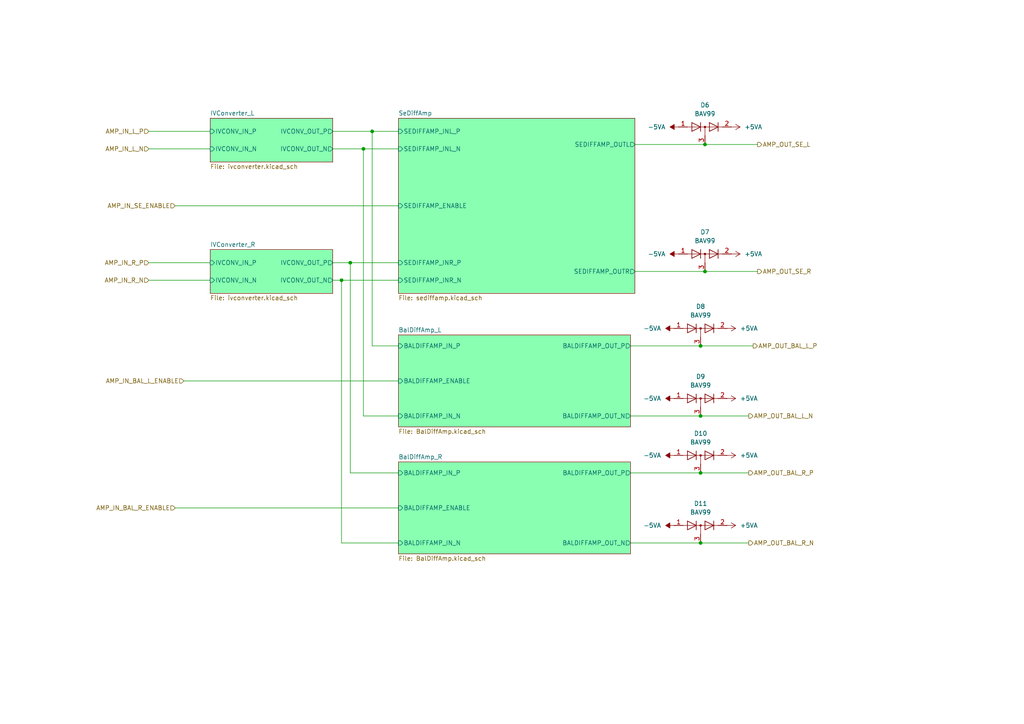
<source format=kicad_sch>
(kicad_sch
	(version 20231120)
	(generator "eeschema")
	(generator_version "8.0")
	(uuid "381e5315-09ca-4bca-ae96-1e35dc7258d1")
	(paper "A4")
	(title_block
		(title "mahaudio HiFi DAC for RPi - AMP Block")
		(date "2024-09-19")
		(rev "1")
		(company "mahaudio")
	)
	(lib_symbols
		(symbol "Diode:BAV99"
			(pin_names hide)
			(exclude_from_sim no)
			(in_bom yes)
			(on_board yes)
			(property "Reference" "D"
				(at 0 5.08 0)
				(effects
					(font
						(size 1.27 1.27)
					)
				)
			)
			(property "Value" "BAV99"
				(at 0 2.54 0)
				(effects
					(font
						(size 1.27 1.27)
					)
				)
			)
			(property "Footprint" "Package_TO_SOT_SMD:SOT-23"
				(at 0 -12.7 0)
				(effects
					(font
						(size 1.27 1.27)
					)
					(hide yes)
				)
			)
			(property "Datasheet" "https://assets.nexperia.com/documents/data-sheet/BAV99_SER.pdf"
				(at 0 0 0)
				(effects
					(font
						(size 1.27 1.27)
					)
					(hide yes)
				)
			)
			(property "Description" "BAV99 High-speed switching diodes, SOT-23"
				(at 0 0 0)
				(effects
					(font
						(size 1.27 1.27)
					)
					(hide yes)
				)
			)
			(property "ki_keywords" "diode"
				(at 0 0 0)
				(effects
					(font
						(size 1.27 1.27)
					)
					(hide yes)
				)
			)
			(property "ki_fp_filters" "SOT?23*"
				(at 0 0 0)
				(effects
					(font
						(size 1.27 1.27)
					)
					(hide yes)
				)
			)
			(symbol "BAV99_0_1"
				(polyline
					(pts
						(xy -5.08 0) (xy 5.08 0)
					)
					(stroke
						(width 0)
						(type default)
					)
					(fill
						(type none)
					)
				)
			)
			(symbol "BAV99_1_1"
				(polyline
					(pts
						(xy 0 0) (xy 0 -2.54)
					)
					(stroke
						(width 0)
						(type default)
					)
					(fill
						(type none)
					)
				)
				(polyline
					(pts
						(xy -1.27 -1.27) (xy -1.27 1.27) (xy -1.27 1.27)
					)
					(stroke
						(width 0.2032)
						(type default)
					)
					(fill
						(type none)
					)
				)
				(polyline
					(pts
						(xy 3.81 1.27) (xy 3.81 -1.27) (xy 3.81 -1.27)
					)
					(stroke
						(width 0.2032)
						(type default)
					)
					(fill
						(type none)
					)
				)
				(polyline
					(pts
						(xy -3.81 1.27) (xy -1.27 0) (xy -3.81 -1.27) (xy -3.81 1.27) (xy -3.81 1.27) (xy -3.81 1.27)
					)
					(stroke
						(width 0.2032)
						(type default)
					)
					(fill
						(type none)
					)
				)
				(polyline
					(pts
						(xy 1.27 1.27) (xy 3.81 0) (xy 1.27 -1.27) (xy 1.27 1.27) (xy 1.27 1.27) (xy 1.27 1.27)
					)
					(stroke
						(width 0.2032)
						(type default)
					)
					(fill
						(type none)
					)
				)
				(circle
					(center 0 0)
					(radius 0.254)
					(stroke
						(width 0)
						(type default)
					)
					(fill
						(type outline)
					)
				)
				(pin passive line
					(at -7.62 0 0)
					(length 2.54)
					(name "K"
						(effects
							(font
								(size 1.27 1.27)
							)
						)
					)
					(number "1"
						(effects
							(font
								(size 1.27 1.27)
							)
						)
					)
				)
				(pin passive line
					(at 7.62 0 180)
					(length 2.54)
					(name "A"
						(effects
							(font
								(size 1.27 1.27)
							)
						)
					)
					(number "2"
						(effects
							(font
								(size 1.27 1.27)
							)
						)
					)
				)
				(pin passive line
					(at 0 -5.08 90)
					(length 2.54)
					(name "K"
						(effects
							(font
								(size 1.27 1.27)
							)
						)
					)
					(number "3"
						(effects
							(font
								(size 1.27 1.27)
							)
						)
					)
				)
			)
		)
		(symbol "power:+12VA"
			(power)
			(pin_numbers hide)
			(pin_names
				(offset 0) hide)
			(exclude_from_sim no)
			(in_bom yes)
			(on_board yes)
			(property "Reference" "#PWR"
				(at 0 -3.81 0)
				(effects
					(font
						(size 1.27 1.27)
					)
					(hide yes)
				)
			)
			(property "Value" "+12VA"
				(at 0 3.556 0)
				(effects
					(font
						(size 1.27 1.27)
					)
				)
			)
			(property "Footprint" ""
				(at 0 0 0)
				(effects
					(font
						(size 1.27 1.27)
					)
					(hide yes)
				)
			)
			(property "Datasheet" ""
				(at 0 0 0)
				(effects
					(font
						(size 1.27 1.27)
					)
					(hide yes)
				)
			)
			(property "Description" "Power symbol creates a global label with name \"+12VA\""
				(at 0 0 0)
				(effects
					(font
						(size 1.27 1.27)
					)
					(hide yes)
				)
			)
			(property "ki_keywords" "global power"
				(at 0 0 0)
				(effects
					(font
						(size 1.27 1.27)
					)
					(hide yes)
				)
			)
			(symbol "+12VA_0_1"
				(polyline
					(pts
						(xy -0.762 1.27) (xy 0 2.54)
					)
					(stroke
						(width 0)
						(type default)
					)
					(fill
						(type none)
					)
				)
				(polyline
					(pts
						(xy 0 0) (xy 0 2.54)
					)
					(stroke
						(width 0)
						(type default)
					)
					(fill
						(type none)
					)
				)
				(polyline
					(pts
						(xy 0 2.54) (xy 0.762 1.27)
					)
					(stroke
						(width 0)
						(type default)
					)
					(fill
						(type none)
					)
				)
			)
			(symbol "+12VA_1_1"
				(pin power_in line
					(at 0 0 90)
					(length 0)
					(name "~"
						(effects
							(font
								(size 1.27 1.27)
							)
						)
					)
					(number "1"
						(effects
							(font
								(size 1.27 1.27)
							)
						)
					)
				)
			)
		)
		(symbol "power:-12VA"
			(power)
			(pin_numbers hide)
			(pin_names
				(offset 0) hide)
			(exclude_from_sim no)
			(in_bom yes)
			(on_board yes)
			(property "Reference" "#PWR"
				(at 0 -3.81 0)
				(effects
					(font
						(size 1.27 1.27)
					)
					(hide yes)
				)
			)
			(property "Value" "-12VA"
				(at 0 3.556 0)
				(effects
					(font
						(size 1.27 1.27)
					)
				)
			)
			(property "Footprint" ""
				(at 0 0 0)
				(effects
					(font
						(size 1.27 1.27)
					)
					(hide yes)
				)
			)
			(property "Datasheet" ""
				(at 0 0 0)
				(effects
					(font
						(size 1.27 1.27)
					)
					(hide yes)
				)
			)
			(property "Description" "Power symbol creates a global label with name \"-12VA\""
				(at 0 0 0)
				(effects
					(font
						(size 1.27 1.27)
					)
					(hide yes)
				)
			)
			(property "ki_keywords" "global power"
				(at 0 0 0)
				(effects
					(font
						(size 1.27 1.27)
					)
					(hide yes)
				)
			)
			(symbol "-12VA_0_0"
				(pin power_in line
					(at 0 0 90)
					(length 0)
					(name "~"
						(effects
							(font
								(size 1.27 1.27)
							)
						)
					)
					(number "1"
						(effects
							(font
								(size 1.27 1.27)
							)
						)
					)
				)
			)
			(symbol "-12VA_0_1"
				(polyline
					(pts
						(xy 0 0) (xy 0 1.27) (xy 0.762 1.27) (xy 0 2.54) (xy -0.762 1.27) (xy 0 1.27)
					)
					(stroke
						(width 0)
						(type default)
					)
					(fill
						(type outline)
					)
				)
			)
		)
	)
	(junction
		(at 203.2 100.33)
		(diameter 0)
		(color 0 0 0 0)
		(uuid "07b59a40-347d-4514-9769-c90012c90380")
	)
	(junction
		(at 203.2 137.16)
		(diameter 0)
		(color 0 0 0 0)
		(uuid "0d4f59ac-7121-48b7-997f-cdbce9bc216f")
	)
	(junction
		(at 101.6 76.2)
		(diameter 0)
		(color 0 0 0 0)
		(uuid "1b8018a4-b14f-4dd6-a89f-7882c3c179d1")
	)
	(junction
		(at 107.95 38.1)
		(diameter 0)
		(color 0 0 0 0)
		(uuid "1c497ad4-e939-4794-aa2a-105eb061e7dc")
	)
	(junction
		(at 204.47 41.91)
		(diameter 0)
		(color 0 0 0 0)
		(uuid "2d62ed89-d3f7-4039-895f-f850e7ad2c0f")
	)
	(junction
		(at 105.41 43.18)
		(diameter 0)
		(color 0 0 0 0)
		(uuid "526e0f03-2f07-4401-8957-c46b94378998")
	)
	(junction
		(at 204.47 78.74)
		(diameter 0)
		(color 0 0 0 0)
		(uuid "685a3e57-f7b0-44c7-87b9-3878b228e4e5")
	)
	(junction
		(at 99.06 81.28)
		(diameter 0)
		(color 0 0 0 0)
		(uuid "a15feaa1-af1d-4980-9a3c-6526617ef55d")
	)
	(junction
		(at 203.2 120.65)
		(diameter 0)
		(color 0 0 0 0)
		(uuid "b107cbe7-e765-45f5-9ae3-f083293c7279")
	)
	(junction
		(at 203.2 157.48)
		(diameter 0)
		(color 0 0 0 0)
		(uuid "e4825ce1-66bd-4bd1-9c16-2f59a1fade62")
	)
	(wire
		(pts
			(xy 184.15 41.91) (xy 204.47 41.91)
		)
		(stroke
			(width 0)
			(type default)
		)
		(uuid "0a539a18-e09a-4f29-ba27-e1aa078cfaf5")
	)
	(wire
		(pts
			(xy 184.15 78.74) (xy 204.47 78.74)
		)
		(stroke
			(width 0)
			(type default)
		)
		(uuid "16898dff-1189-4773-8479-a7491709d6e3")
	)
	(wire
		(pts
			(xy 203.2 100.33) (xy 218.44 100.33)
		)
		(stroke
			(width 0)
			(type default)
		)
		(uuid "3313047f-6d24-40dd-8257-313dda6b34b8")
	)
	(wire
		(pts
			(xy 96.52 43.18) (xy 105.41 43.18)
		)
		(stroke
			(width 0)
			(type default)
		)
		(uuid "3d2dd94a-b3e3-4cf8-b9d2-4574fb410b47")
	)
	(wire
		(pts
			(xy 182.88 157.48) (xy 203.2 157.48)
		)
		(stroke
			(width 0)
			(type default)
		)
		(uuid "403ff97d-c284-4a9a-859b-5cca1bd34355")
	)
	(wire
		(pts
			(xy 99.06 157.48) (xy 99.06 81.28)
		)
		(stroke
			(width 0)
			(type default)
		)
		(uuid "449f6eb8-615c-4283-a9b4-078e53060eae")
	)
	(wire
		(pts
			(xy 53.34 110.49) (xy 115.57 110.49)
		)
		(stroke
			(width 0)
			(type default)
		)
		(uuid "505de012-3700-45e3-9ee2-a4a34fe84747")
	)
	(wire
		(pts
			(xy 105.41 120.65) (xy 105.41 43.18)
		)
		(stroke
			(width 0)
			(type default)
		)
		(uuid "507c2deb-4cac-4949-89e5-98072e566fc7")
	)
	(wire
		(pts
			(xy 182.88 100.33) (xy 203.2 100.33)
		)
		(stroke
			(width 0)
			(type default)
		)
		(uuid "5446236e-f5a5-4e75-9e81-0019ca1446d8")
	)
	(wire
		(pts
			(xy 96.52 81.28) (xy 99.06 81.28)
		)
		(stroke
			(width 0)
			(type default)
		)
		(uuid "586c76a1-9f61-4a49-bc3c-6b04949270d3")
	)
	(wire
		(pts
			(xy 43.18 43.18) (xy 60.96 43.18)
		)
		(stroke
			(width 0)
			(type default)
		)
		(uuid "5fe85db2-b2ef-419c-aa19-fa6962bac586")
	)
	(wire
		(pts
			(xy 105.41 43.18) (xy 115.57 43.18)
		)
		(stroke
			(width 0)
			(type default)
		)
		(uuid "6670c402-7dcb-4d0d-9c9a-c311a6e55fda")
	)
	(wire
		(pts
			(xy 115.57 137.16) (xy 101.6 137.16)
		)
		(stroke
			(width 0)
			(type default)
		)
		(uuid "70f50835-caee-4337-a6d2-0cb19af6d3f6")
	)
	(wire
		(pts
			(xy 99.06 81.28) (xy 115.57 81.28)
		)
		(stroke
			(width 0)
			(type default)
		)
		(uuid "740c060c-a32c-4eec-8fed-3442aa199ce2")
	)
	(wire
		(pts
			(xy 203.2 137.16) (xy 217.17 137.16)
		)
		(stroke
			(width 0)
			(type default)
		)
		(uuid "75b4939b-f65e-48d8-9573-06d17d94aa2c")
	)
	(wire
		(pts
			(xy 115.57 120.65) (xy 105.41 120.65)
		)
		(stroke
			(width 0)
			(type default)
		)
		(uuid "7c41eb33-4d4d-44b5-bee2-081064f4e955")
	)
	(wire
		(pts
			(xy 107.95 100.33) (xy 107.95 38.1)
		)
		(stroke
			(width 0)
			(type default)
		)
		(uuid "7c50be70-487b-4787-8461-ca05efbdd754")
	)
	(wire
		(pts
			(xy 182.88 120.65) (xy 203.2 120.65)
		)
		(stroke
			(width 0)
			(type default)
		)
		(uuid "80de5d9d-0f06-48da-ad23-829e6c5b375e")
	)
	(wire
		(pts
			(xy 101.6 137.16) (xy 101.6 76.2)
		)
		(stroke
			(width 0)
			(type default)
		)
		(uuid "8587144b-836c-4195-acf2-14c27a4dce4d")
	)
	(wire
		(pts
			(xy 43.18 38.1) (xy 60.96 38.1)
		)
		(stroke
			(width 0)
			(type default)
		)
		(uuid "8724dba8-cf64-43e7-b027-6988db3e4b0b")
	)
	(wire
		(pts
			(xy 115.57 157.48) (xy 99.06 157.48)
		)
		(stroke
			(width 0)
			(type default)
		)
		(uuid "88b0fcfc-7b4d-4234-a035-492c187809ae")
	)
	(wire
		(pts
			(xy 204.47 41.91) (xy 219.71 41.91)
		)
		(stroke
			(width 0)
			(type default)
		)
		(uuid "89b68670-e0c5-4281-ae1f-383cf5aa5d29")
	)
	(wire
		(pts
			(xy 182.88 137.16) (xy 203.2 137.16)
		)
		(stroke
			(width 0)
			(type default)
		)
		(uuid "9732302c-a9cf-482c-8b67-6296199e2946")
	)
	(wire
		(pts
			(xy 204.47 78.74) (xy 219.71 78.74)
		)
		(stroke
			(width 0)
			(type default)
		)
		(uuid "9d79dbb8-7b1a-44a8-af09-40e551adca19")
	)
	(wire
		(pts
			(xy 43.18 81.28) (xy 60.96 81.28)
		)
		(stroke
			(width 0)
			(type default)
		)
		(uuid "a2ea4078-fa19-4423-9dd5-9c8248af6c7f")
	)
	(wire
		(pts
			(xy 50.8 59.69) (xy 115.57 59.69)
		)
		(stroke
			(width 0)
			(type default)
		)
		(uuid "a7d1a069-5e1f-4ea9-b891-4a581f1f94e2")
	)
	(wire
		(pts
			(xy 96.52 38.1) (xy 107.95 38.1)
		)
		(stroke
			(width 0)
			(type default)
		)
		(uuid "b20c1215-45c6-4f6f-86fb-355b65a454eb")
	)
	(wire
		(pts
			(xy 43.18 76.2) (xy 60.96 76.2)
		)
		(stroke
			(width 0)
			(type default)
		)
		(uuid "b36e9f63-53c3-4d3c-b3c5-981465785a71")
	)
	(wire
		(pts
			(xy 203.2 157.48) (xy 217.17 157.48)
		)
		(stroke
			(width 0)
			(type default)
		)
		(uuid "b5bf664c-a7a5-45a9-a046-8b1979b443e0")
	)
	(wire
		(pts
			(xy 107.95 38.1) (xy 115.57 38.1)
		)
		(stroke
			(width 0)
			(type default)
		)
		(uuid "b7feaee1-ec6a-4f93-823a-967fb685ec0f")
	)
	(wire
		(pts
			(xy 203.2 120.65) (xy 217.17 120.65)
		)
		(stroke
			(width 0)
			(type default)
		)
		(uuid "ca0ee070-e766-4630-9ded-36fa12034440")
	)
	(wire
		(pts
			(xy 50.8 147.32) (xy 115.57 147.32)
		)
		(stroke
			(width 0)
			(type default)
		)
		(uuid "d102a798-1fab-48b7-81da-efb6023c81d9")
	)
	(wire
		(pts
			(xy 101.6 76.2) (xy 115.57 76.2)
		)
		(stroke
			(width 0)
			(type default)
		)
		(uuid "d60b7de9-1ea2-4891-9518-51f119f6a166")
	)
	(wire
		(pts
			(xy 96.52 76.2) (xy 101.6 76.2)
		)
		(stroke
			(width 0)
			(type default)
		)
		(uuid "da75af44-6cfd-4b6a-ba8e-02ffa6da890b")
	)
	(wire
		(pts
			(xy 115.57 100.33) (xy 107.95 100.33)
		)
		(stroke
			(width 0)
			(type default)
		)
		(uuid "f94d92a6-6e00-4a07-82e1-fffbee74c684")
	)
	(hierarchical_label "AMP_IN_L_P"
		(shape input)
		(at 43.18 38.1 180)
		(effects
			(font
				(size 1.27 1.27)
			)
			(justify right)
		)
		(uuid "2e8f8e32-b0f5-4b89-a4e3-056aff8041c2")
	)
	(hierarchical_label "AMP_IN_R_P"
		(shape input)
		(at 43.18 76.2 180)
		(effects
			(font
				(size 1.27 1.27)
			)
			(justify right)
		)
		(uuid "51211714-c124-4287-912a-eb992778da27")
	)
	(hierarchical_label "AMP_IN_SE_ENABLE"
		(shape input)
		(at 50.8 59.69 180)
		(effects
			(font
				(size 1.27 1.27)
			)
			(justify right)
		)
		(uuid "6a272954-86a5-4de4-a437-10814d024cdc")
	)
	(hierarchical_label "AMP_IN_R_N"
		(shape input)
		(at 43.18 81.28 180)
		(effects
			(font
				(size 1.27 1.27)
			)
			(justify right)
		)
		(uuid "7f17559a-ac62-4207-b8fb-28094e76640b")
	)
	(hierarchical_label "AMP_OUT_BAL_L_N"
		(shape output)
		(at 217.17 120.65 0)
		(effects
			(font
				(size 1.27 1.27)
			)
			(justify left)
		)
		(uuid "8952d974-a9b2-4628-ba9d-63603cdd7a41")
	)
	(hierarchical_label "AMP_IN_BAL_L_ENABLE"
		(shape input)
		(at 53.34 110.49 180)
		(effects
			(font
				(size 1.27 1.27)
			)
			(justify right)
		)
		(uuid "9d2a455d-dcf3-4add-b038-706e8140cb03")
	)
	(hierarchical_label "AMP_OUT_BAL_R_P"
		(shape output)
		(at 217.17 137.16 0)
		(effects
			(font
				(size 1.27 1.27)
			)
			(justify left)
		)
		(uuid "a2532a84-83fe-45cc-95bb-6a8e8b5f6d4d")
	)
	(hierarchical_label "AMP_OUT_SE_R"
		(shape output)
		(at 219.71 78.74 0)
		(effects
			(font
				(size 1.27 1.27)
			)
			(justify left)
		)
		(uuid "a78b0919-6abf-4ca4-b9cb-95eb1612beaa")
	)
	(hierarchical_label "AMP_IN_L_N"
		(shape input)
		(at 43.18 43.18 180)
		(effects
			(font
				(size 1.27 1.27)
			)
			(justify right)
		)
		(uuid "adffde38-b4ff-472a-9e10-2a43dfa3f177")
	)
	(hierarchical_label "AMP_OUT_SE_L"
		(shape output)
		(at 219.71 41.91 0)
		(effects
			(font
				(size 1.27 1.27)
			)
			(justify left)
		)
		(uuid "c3dda348-f397-4d27-b456-5cf583601b8a")
	)
	(hierarchical_label "AMP_IN_BAL_R_ENABLE"
		(shape input)
		(at 50.8 147.32 180)
		(effects
			(font
				(size 1.27 1.27)
			)
			(justify right)
		)
		(uuid "cb2d0efe-fa6c-40dd-9082-26f629dbdc90")
	)
	(hierarchical_label "AMP_OUT_BAL_R_N"
		(shape output)
		(at 217.17 157.48 0)
		(effects
			(font
				(size 1.27 1.27)
			)
			(justify left)
		)
		(uuid "d7ce040c-b3de-44ac-863b-163197a8e1f6")
	)
	(hierarchical_label "AMP_OUT_BAL_L_P"
		(shape output)
		(at 218.44 100.33 0)
		(effects
			(font
				(size 1.27 1.27)
			)
			(justify left)
		)
		(uuid "de9fda43-4dd6-41d3-83ed-0d7fc252c6ed")
	)
	(symbol
		(lib_id "power:+12VA")
		(at 210.82 95.25 270)
		(unit 1)
		(exclude_from_sim no)
		(in_bom yes)
		(on_board yes)
		(dnp no)
		(fields_autoplaced yes)
		(uuid "0bad9958-9bc9-439a-a3ee-72288286d913")
		(property "Reference" "#PWR0111"
			(at 207.01 95.25 0)
			(effects
				(font
					(size 1.27 1.27)
				)
				(hide yes)
			)
		)
		(property "Value" "+5VA"
			(at 214.63 95.2499 90)
			(effects
				(font
					(size 1.27 1.27)
				)
				(justify left)
			)
		)
		(property "Footprint" ""
			(at 210.82 95.25 0)
			(effects
				(font
					(size 1.27 1.27)
				)
				(hide yes)
			)
		)
		(property "Datasheet" ""
			(at 210.82 95.25 0)
			(effects
				(font
					(size 1.27 1.27)
				)
				(hide yes)
			)
		)
		(property "Description" "Power symbol creates a global label with name \"+12VA\""
			(at 210.82 95.25 0)
			(effects
				(font
					(size 1.27 1.27)
				)
				(hide yes)
			)
		)
		(pin "1"
			(uuid "cd178285-43af-4841-b508-ffc3e71a23d4")
		)
		(instances
			(project "mhd314"
				(path "/afee45fc-2361-4efb-9cde-757fc2efd57b/913309c3-489c-42b3-afc6-179d92cffcea"
					(reference "#PWR0111")
					(unit 1)
				)
			)
		)
	)
	(symbol
		(lib_id "power:+12VA")
		(at 210.82 132.08 270)
		(unit 1)
		(exclude_from_sim no)
		(in_bom yes)
		(on_board yes)
		(dnp no)
		(fields_autoplaced yes)
		(uuid "130667c3-73c4-4d6f-b407-61efb4af6f03")
		(property "Reference" "#PWR0113"
			(at 207.01 132.08 0)
			(effects
				(font
					(size 1.27 1.27)
				)
				(hide yes)
			)
		)
		(property "Value" "+5VA"
			(at 214.63 132.0799 90)
			(effects
				(font
					(size 1.27 1.27)
				)
				(justify left)
			)
		)
		(property "Footprint" ""
			(at 210.82 132.08 0)
			(effects
				(font
					(size 1.27 1.27)
				)
				(hide yes)
			)
		)
		(property "Datasheet" ""
			(at 210.82 132.08 0)
			(effects
				(font
					(size 1.27 1.27)
				)
				(hide yes)
			)
		)
		(property "Description" "Power symbol creates a global label with name \"+12VA\""
			(at 210.82 132.08 0)
			(effects
				(font
					(size 1.27 1.27)
				)
				(hide yes)
			)
		)
		(pin "1"
			(uuid "28669155-938d-4b02-b50f-886d103c27de")
		)
		(instances
			(project "mhd314"
				(path "/afee45fc-2361-4efb-9cde-757fc2efd57b/913309c3-489c-42b3-afc6-179d92cffcea"
					(reference "#PWR0113")
					(unit 1)
				)
			)
		)
	)
	(symbol
		(lib_id "power:-12VA")
		(at 195.58 132.08 90)
		(unit 1)
		(exclude_from_sim no)
		(in_bom yes)
		(on_board yes)
		(dnp no)
		(fields_autoplaced yes)
		(uuid "2e660f86-302d-4fd5-aaeb-72fd45dab867")
		(property "Reference" "#PWR0116"
			(at 199.39 132.08 0)
			(effects
				(font
					(size 1.27 1.27)
				)
				(hide yes)
			)
		)
		(property "Value" "-5VA"
			(at 191.77 132.0799 90)
			(effects
				(font
					(size 1.27 1.27)
				)
				(justify left)
			)
		)
		(property "Footprint" ""
			(at 195.58 132.08 0)
			(effects
				(font
					(size 1.27 1.27)
				)
				(hide yes)
			)
		)
		(property "Datasheet" ""
			(at 195.58 132.08 0)
			(effects
				(font
					(size 1.27 1.27)
				)
				(hide yes)
			)
		)
		(property "Description" "Power symbol creates a global label with name \"-12VA\""
			(at 195.58 132.08 0)
			(effects
				(font
					(size 1.27 1.27)
				)
				(hide yes)
			)
		)
		(pin "1"
			(uuid "a53fa0e4-1563-4544-80a0-5034efb71acb")
		)
		(instances
			(project "mhd314"
				(path "/afee45fc-2361-4efb-9cde-757fc2efd57b/913309c3-489c-42b3-afc6-179d92cffcea"
					(reference "#PWR0116")
					(unit 1)
				)
			)
		)
	)
	(symbol
		(lib_id "Diode:BAV99")
		(at 203.2 95.25 0)
		(unit 1)
		(exclude_from_sim no)
		(in_bom yes)
		(on_board yes)
		(dnp no)
		(fields_autoplaced yes)
		(uuid "30a31440-547a-4324-b7bb-f4104012cb9f")
		(property "Reference" "D8"
			(at 203.2 88.9 0)
			(effects
				(font
					(size 1.27 1.27)
				)
			)
		)
		(property "Value" "BAV99"
			(at 203.2 91.44 0)
			(effects
				(font
					(size 1.27 1.27)
				)
			)
		)
		(property "Footprint" "Package_TO_SOT_SMD:SOT-23"
			(at 203.2 107.95 0)
			(effects
				(font
					(size 1.27 1.27)
				)
				(hide yes)
			)
		)
		(property "Datasheet" "https://assets.nexperia.com/documents/data-sheet/BAV99_SER.pdf"
			(at 203.2 95.25 0)
			(effects
				(font
					(size 1.27 1.27)
				)
				(hide yes)
			)
		)
		(property "Description" "BAV99 High-speed switching diodes, SOT-23"
			(at 203.2 95.25 0)
			(effects
				(font
					(size 1.27 1.27)
				)
				(hide yes)
			)
		)
		(property "JLCPCBPn" "C2500"
			(at 203.2 95.25 0)
			(effects
				(font
					(size 1.27 1.27)
				)
				(hide yes)
			)
		)
		(pin "1"
			(uuid "a05cab18-23b5-4e9b-9724-715a0d0c68c3")
		)
		(pin "2"
			(uuid "6b893ebf-0e91-4e4e-a111-1a3fbdd802de")
		)
		(pin "3"
			(uuid "afb0d933-be89-470b-9a68-163e518b6f49")
		)
		(instances
			(project "mhd314"
				(path "/afee45fc-2361-4efb-9cde-757fc2efd57b/913309c3-489c-42b3-afc6-179d92cffcea"
					(reference "D8")
					(unit 1)
				)
			)
		)
	)
	(symbol
		(lib_id "power:+12VA")
		(at 210.82 115.57 270)
		(unit 1)
		(exclude_from_sim no)
		(in_bom yes)
		(on_board yes)
		(dnp no)
		(fields_autoplaced yes)
		(uuid "4aecd9ea-5884-4c97-9a75-0957d4117c43")
		(property "Reference" "#PWR0112"
			(at 207.01 115.57 0)
			(effects
				(font
					(size 1.27 1.27)
				)
				(hide yes)
			)
		)
		(property "Value" "+5VA"
			(at 214.63 115.5699 90)
			(effects
				(font
					(size 1.27 1.27)
				)
				(justify left)
			)
		)
		(property "Footprint" ""
			(at 210.82 115.57 0)
			(effects
				(font
					(size 1.27 1.27)
				)
				(hide yes)
			)
		)
		(property "Datasheet" ""
			(at 210.82 115.57 0)
			(effects
				(font
					(size 1.27 1.27)
				)
				(hide yes)
			)
		)
		(property "Description" "Power symbol creates a global label with name \"+12VA\""
			(at 210.82 115.57 0)
			(effects
				(font
					(size 1.27 1.27)
				)
				(hide yes)
			)
		)
		(pin "1"
			(uuid "b8ddc703-9064-4a57-b879-22891f7533b0")
		)
		(instances
			(project "mhd314"
				(path "/afee45fc-2361-4efb-9cde-757fc2efd57b/913309c3-489c-42b3-afc6-179d92cffcea"
					(reference "#PWR0112")
					(unit 1)
				)
			)
		)
	)
	(symbol
		(lib_id "power:-12VA")
		(at 195.58 115.57 90)
		(unit 1)
		(exclude_from_sim no)
		(in_bom yes)
		(on_board yes)
		(dnp no)
		(fields_autoplaced yes)
		(uuid "6b00c23e-0f49-4752-8f46-385edb5a5cf1")
		(property "Reference" "#PWR0117"
			(at 199.39 115.57 0)
			(effects
				(font
					(size 1.27 1.27)
				)
				(hide yes)
			)
		)
		(property "Value" "-5VA"
			(at 191.77 115.5699 90)
			(effects
				(font
					(size 1.27 1.27)
				)
				(justify left)
			)
		)
		(property "Footprint" ""
			(at 195.58 115.57 0)
			(effects
				(font
					(size 1.27 1.27)
				)
				(hide yes)
			)
		)
		(property "Datasheet" ""
			(at 195.58 115.57 0)
			(effects
				(font
					(size 1.27 1.27)
				)
				(hide yes)
			)
		)
		(property "Description" "Power symbol creates a global label with name \"-12VA\""
			(at 195.58 115.57 0)
			(effects
				(font
					(size 1.27 1.27)
				)
				(hide yes)
			)
		)
		(pin "1"
			(uuid "7b83b592-2bd1-4011-baf4-a2144807139b")
		)
		(instances
			(project "mhd314"
				(path "/afee45fc-2361-4efb-9cde-757fc2efd57b/913309c3-489c-42b3-afc6-179d92cffcea"
					(reference "#PWR0117")
					(unit 1)
				)
			)
		)
	)
	(symbol
		(lib_id "power:+12VA")
		(at 212.09 36.83 270)
		(unit 1)
		(exclude_from_sim no)
		(in_bom yes)
		(on_board yes)
		(dnp no)
		(fields_autoplaced yes)
		(uuid "6cff1d07-3fe7-4bc3-b5a2-51762cd0a14e")
		(property "Reference" "#PWR0109"
			(at 208.28 36.83 0)
			(effects
				(font
					(size 1.27 1.27)
				)
				(hide yes)
			)
		)
		(property "Value" "+5VA"
			(at 215.9 36.8299 90)
			(effects
				(font
					(size 1.27 1.27)
				)
				(justify left)
			)
		)
		(property "Footprint" ""
			(at 212.09 36.83 0)
			(effects
				(font
					(size 1.27 1.27)
				)
				(hide yes)
			)
		)
		(property "Datasheet" ""
			(at 212.09 36.83 0)
			(effects
				(font
					(size 1.27 1.27)
				)
				(hide yes)
			)
		)
		(property "Description" "Power symbol creates a global label with name \"+12VA\""
			(at 212.09 36.83 0)
			(effects
				(font
					(size 1.27 1.27)
				)
				(hide yes)
			)
		)
		(pin "1"
			(uuid "53f28f6e-b1cb-4344-9c7e-689e26b7dd69")
		)
		(instances
			(project "mhd314"
				(path "/afee45fc-2361-4efb-9cde-757fc2efd57b/913309c3-489c-42b3-afc6-179d92cffcea"
					(reference "#PWR0109")
					(unit 1)
				)
			)
		)
	)
	(symbol
		(lib_id "Diode:BAV99")
		(at 203.2 132.08 0)
		(unit 1)
		(exclude_from_sim no)
		(in_bom yes)
		(on_board yes)
		(dnp no)
		(fields_autoplaced yes)
		(uuid "7f07c240-04d8-4e97-9d3e-37d923d3ae8b")
		(property "Reference" "D10"
			(at 203.2 125.73 0)
			(effects
				(font
					(size 1.27 1.27)
				)
			)
		)
		(property "Value" "BAV99"
			(at 203.2 128.27 0)
			(effects
				(font
					(size 1.27 1.27)
				)
			)
		)
		(property "Footprint" "Package_TO_SOT_SMD:SOT-23"
			(at 203.2 144.78 0)
			(effects
				(font
					(size 1.27 1.27)
				)
				(hide yes)
			)
		)
		(property "Datasheet" "https://assets.nexperia.com/documents/data-sheet/BAV99_SER.pdf"
			(at 203.2 132.08 0)
			(effects
				(font
					(size 1.27 1.27)
				)
				(hide yes)
			)
		)
		(property "Description" "BAV99 High-speed switching diodes, SOT-23"
			(at 203.2 132.08 0)
			(effects
				(font
					(size 1.27 1.27)
				)
				(hide yes)
			)
		)
		(property "JLCPCBPn" "C2500"
			(at 203.2 132.08 0)
			(effects
				(font
					(size 1.27 1.27)
				)
				(hide yes)
			)
		)
		(pin "1"
			(uuid "aaa2a98b-2bff-4abb-95e1-38830f8bccb1")
		)
		(pin "2"
			(uuid "5cb914bc-650f-433f-96d9-3469956dd7b4")
		)
		(pin "3"
			(uuid "c6e8b8f8-8f67-4629-b6b7-c49bc8b664a3")
		)
		(instances
			(project "mhd314"
				(path "/afee45fc-2361-4efb-9cde-757fc2efd57b/913309c3-489c-42b3-afc6-179d92cffcea"
					(reference "D10")
					(unit 1)
				)
			)
		)
	)
	(symbol
		(lib_id "power:+12VA")
		(at 210.82 152.4 270)
		(unit 1)
		(exclude_from_sim no)
		(in_bom yes)
		(on_board yes)
		(dnp no)
		(fields_autoplaced yes)
		(uuid "82988037-943c-49d0-add3-b17ff77c544f")
		(property "Reference" "#PWR0114"
			(at 207.01 152.4 0)
			(effects
				(font
					(size 1.27 1.27)
				)
				(hide yes)
			)
		)
		(property "Value" "+5VA"
			(at 214.63 152.3999 90)
			(effects
				(font
					(size 1.27 1.27)
				)
				(justify left)
			)
		)
		(property "Footprint" ""
			(at 210.82 152.4 0)
			(effects
				(font
					(size 1.27 1.27)
				)
				(hide yes)
			)
		)
		(property "Datasheet" ""
			(at 210.82 152.4 0)
			(effects
				(font
					(size 1.27 1.27)
				)
				(hide yes)
			)
		)
		(property "Description" "Power symbol creates a global label with name \"+12VA\""
			(at 210.82 152.4 0)
			(effects
				(font
					(size 1.27 1.27)
				)
				(hide yes)
			)
		)
		(pin "1"
			(uuid "4cf3cbaf-9a9b-4e89-9643-735ec176f457")
		)
		(instances
			(project "mhd314"
				(path "/afee45fc-2361-4efb-9cde-757fc2efd57b/913309c3-489c-42b3-afc6-179d92cffcea"
					(reference "#PWR0114")
					(unit 1)
				)
			)
		)
	)
	(symbol
		(lib_id "power:-12VA")
		(at 196.85 36.83 90)
		(unit 1)
		(exclude_from_sim no)
		(in_bom yes)
		(on_board yes)
		(dnp no)
		(fields_autoplaced yes)
		(uuid "b2974673-45c4-4214-8cd0-30c402fbb208")
		(property "Reference" "#PWR0120"
			(at 200.66 36.83 0)
			(effects
				(font
					(size 1.27 1.27)
				)
				(hide yes)
			)
		)
		(property "Value" "-5VA"
			(at 193.04 36.8299 90)
			(effects
				(font
					(size 1.27 1.27)
				)
				(justify left)
			)
		)
		(property "Footprint" ""
			(at 196.85 36.83 0)
			(effects
				(font
					(size 1.27 1.27)
				)
				(hide yes)
			)
		)
		(property "Datasheet" ""
			(at 196.85 36.83 0)
			(effects
				(font
					(size 1.27 1.27)
				)
				(hide yes)
			)
		)
		(property "Description" "Power symbol creates a global label with name \"-12VA\""
			(at 196.85 36.83 0)
			(effects
				(font
					(size 1.27 1.27)
				)
				(hide yes)
			)
		)
		(pin "1"
			(uuid "8968a776-a0c6-4320-93fb-2ddea2e45718")
		)
		(instances
			(project "mhd314"
				(path "/afee45fc-2361-4efb-9cde-757fc2efd57b/913309c3-489c-42b3-afc6-179d92cffcea"
					(reference "#PWR0120")
					(unit 1)
				)
			)
		)
	)
	(symbol
		(lib_id "power:-12VA")
		(at 195.58 152.4 90)
		(unit 1)
		(exclude_from_sim no)
		(in_bom yes)
		(on_board yes)
		(dnp no)
		(fields_autoplaced yes)
		(uuid "b834b41d-7958-4752-882d-a263baa78f91")
		(property "Reference" "#PWR0115"
			(at 199.39 152.4 0)
			(effects
				(font
					(size 1.27 1.27)
				)
				(hide yes)
			)
		)
		(property "Value" "-5VA"
			(at 191.77 152.3999 90)
			(effects
				(font
					(size 1.27 1.27)
				)
				(justify left)
			)
		)
		(property "Footprint" ""
			(at 195.58 152.4 0)
			(effects
				(font
					(size 1.27 1.27)
				)
				(hide yes)
			)
		)
		(property "Datasheet" ""
			(at 195.58 152.4 0)
			(effects
				(font
					(size 1.27 1.27)
				)
				(hide yes)
			)
		)
		(property "Description" "Power symbol creates a global label with name \"-12VA\""
			(at 195.58 152.4 0)
			(effects
				(font
					(size 1.27 1.27)
				)
				(hide yes)
			)
		)
		(pin "1"
			(uuid "d3834514-61f2-4e72-ac24-603340bdc496")
		)
		(instances
			(project "mhd314"
				(path "/afee45fc-2361-4efb-9cde-757fc2efd57b/913309c3-489c-42b3-afc6-179d92cffcea"
					(reference "#PWR0115")
					(unit 1)
				)
			)
		)
	)
	(symbol
		(lib_id "Diode:BAV99")
		(at 203.2 152.4 0)
		(unit 1)
		(exclude_from_sim no)
		(in_bom yes)
		(on_board yes)
		(dnp no)
		(fields_autoplaced yes)
		(uuid "bde8ab5d-a4da-4edb-b37f-e91cb55cd890")
		(property "Reference" "D11"
			(at 203.2 146.05 0)
			(effects
				(font
					(size 1.27 1.27)
				)
			)
		)
		(property "Value" "BAV99"
			(at 203.2 148.59 0)
			(effects
				(font
					(size 1.27 1.27)
				)
			)
		)
		(property "Footprint" "Package_TO_SOT_SMD:SOT-23"
			(at 203.2 165.1 0)
			(effects
				(font
					(size 1.27 1.27)
				)
				(hide yes)
			)
		)
		(property "Datasheet" "https://assets.nexperia.com/documents/data-sheet/BAV99_SER.pdf"
			(at 203.2 152.4 0)
			(effects
				(font
					(size 1.27 1.27)
				)
				(hide yes)
			)
		)
		(property "Description" "BAV99 High-speed switching diodes, SOT-23"
			(at 203.2 152.4 0)
			(effects
				(font
					(size 1.27 1.27)
				)
				(hide yes)
			)
		)
		(property "JLCPCBPn" "C2500"
			(at 203.2 152.4 0)
			(effects
				(font
					(size 1.27 1.27)
				)
				(hide yes)
			)
		)
		(pin "1"
			(uuid "d6872ba3-1128-4707-b9a1-a17fb641d3d8")
		)
		(pin "2"
			(uuid "82d30e80-a7c8-452c-af19-8d2555f645e1")
		)
		(pin "3"
			(uuid "5e37e914-9855-447a-9e4a-bb6271662d40")
		)
		(instances
			(project "mhd314"
				(path "/afee45fc-2361-4efb-9cde-757fc2efd57b/913309c3-489c-42b3-afc6-179d92cffcea"
					(reference "D11")
					(unit 1)
				)
			)
		)
	)
	(symbol
		(lib_id "Diode:BAV99")
		(at 203.2 115.57 0)
		(unit 1)
		(exclude_from_sim no)
		(in_bom yes)
		(on_board yes)
		(dnp no)
		(fields_autoplaced yes)
		(uuid "c5bde04d-3e8c-44b5-b403-f643455d8f60")
		(property "Reference" "D9"
			(at 203.2 109.22 0)
			(effects
				(font
					(size 1.27 1.27)
				)
			)
		)
		(property "Value" "BAV99"
			(at 203.2 111.76 0)
			(effects
				(font
					(size 1.27 1.27)
				)
			)
		)
		(property "Footprint" "Package_TO_SOT_SMD:SOT-23"
			(at 203.2 128.27 0)
			(effects
				(font
					(size 1.27 1.27)
				)
				(hide yes)
			)
		)
		(property "Datasheet" "https://assets.nexperia.com/documents/data-sheet/BAV99_SER.pdf"
			(at 203.2 115.57 0)
			(effects
				(font
					(size 1.27 1.27)
				)
				(hide yes)
			)
		)
		(property "Description" "BAV99 High-speed switching diodes, SOT-23"
			(at 203.2 115.57 0)
			(effects
				(font
					(size 1.27 1.27)
				)
				(hide yes)
			)
		)
		(property "JLCPCBPn" "C2500"
			(at 203.2 115.57 0)
			(effects
				(font
					(size 1.27 1.27)
				)
				(hide yes)
			)
		)
		(pin "1"
			(uuid "7fd36cbe-9be4-471e-b24a-cb3e85436072")
		)
		(pin "2"
			(uuid "8c6fc3ec-d396-488e-9964-5844775dd82d")
		)
		(pin "3"
			(uuid "c99a29af-62cf-4351-bbe5-98107fd9e015")
		)
		(instances
			(project "mhd314"
				(path "/afee45fc-2361-4efb-9cde-757fc2efd57b/913309c3-489c-42b3-afc6-179d92cffcea"
					(reference "D9")
					(unit 1)
				)
			)
		)
	)
	(symbol
		(lib_id "Diode:BAV99")
		(at 204.47 73.66 0)
		(unit 1)
		(exclude_from_sim no)
		(in_bom yes)
		(on_board yes)
		(dnp no)
		(fields_autoplaced yes)
		(uuid "c9902953-c3ad-4f13-b240-73c3eda33c11")
		(property "Reference" "D7"
			(at 204.47 67.31 0)
			(effects
				(font
					(size 1.27 1.27)
				)
			)
		)
		(property "Value" "BAV99"
			(at 204.47 69.85 0)
			(effects
				(font
					(size 1.27 1.27)
				)
			)
		)
		(property "Footprint" "Package_TO_SOT_SMD:SOT-23"
			(at 204.47 86.36 0)
			(effects
				(font
					(size 1.27 1.27)
				)
				(hide yes)
			)
		)
		(property "Datasheet" "https://assets.nexperia.com/documents/data-sheet/BAV99_SER.pdf"
			(at 204.47 73.66 0)
			(effects
				(font
					(size 1.27 1.27)
				)
				(hide yes)
			)
		)
		(property "Description" "BAV99 High-speed switching diodes, SOT-23"
			(at 204.47 73.66 0)
			(effects
				(font
					(size 1.27 1.27)
				)
				(hide yes)
			)
		)
		(property "JLCPCBPn" "C2500"
			(at 204.47 73.66 0)
			(effects
				(font
					(size 1.27 1.27)
				)
				(hide yes)
			)
		)
		(pin "1"
			(uuid "7acd9521-9ae0-4bce-90bc-3443fd690fd0")
		)
		(pin "2"
			(uuid "64983ec0-e67b-495a-9baf-be54e5d3e58b")
		)
		(pin "3"
			(uuid "f3bb828d-ecfd-4e94-969f-a669e7e48102")
		)
		(instances
			(project "mhd314"
				(path "/afee45fc-2361-4efb-9cde-757fc2efd57b/913309c3-489c-42b3-afc6-179d92cffcea"
					(reference "D7")
					(unit 1)
				)
			)
		)
	)
	(symbol
		(lib_id "Diode:BAV99")
		(at 204.47 36.83 0)
		(unit 1)
		(exclude_from_sim no)
		(in_bom yes)
		(on_board yes)
		(dnp no)
		(fields_autoplaced yes)
		(uuid "ca89fc9a-f172-4235-9acd-4a00b7dc5b63")
		(property "Reference" "D6"
			(at 204.47 30.48 0)
			(effects
				(font
					(size 1.27 1.27)
				)
			)
		)
		(property "Value" "BAV99"
			(at 204.47 33.02 0)
			(effects
				(font
					(size 1.27 1.27)
				)
			)
		)
		(property "Footprint" "Package_TO_SOT_SMD:SOT-23"
			(at 204.47 49.53 0)
			(effects
				(font
					(size 1.27 1.27)
				)
				(hide yes)
			)
		)
		(property "Datasheet" "https://assets.nexperia.com/documents/data-sheet/BAV99_SER.pdf"
			(at 204.47 36.83 0)
			(effects
				(font
					(size 1.27 1.27)
				)
				(hide yes)
			)
		)
		(property "Description" "BAV99 High-speed switching diodes, SOT-23"
			(at 204.47 36.83 0)
			(effects
				(font
					(size 1.27 1.27)
				)
				(hide yes)
			)
		)
		(property "JLCPCBPn" "C2500"
			(at 204.47 36.83 0)
			(effects
				(font
					(size 1.27 1.27)
				)
				(hide yes)
			)
		)
		(pin "1"
			(uuid "9a6f81f2-0a95-42a1-adf1-6768f4619479")
		)
		(pin "2"
			(uuid "93b30de6-a04b-4ba5-bcde-8a71a5128904")
		)
		(pin "3"
			(uuid "88677fb0-2a4f-4a60-b2c2-bccc35c30ffd")
		)
		(instances
			(project ""
				(path "/afee45fc-2361-4efb-9cde-757fc2efd57b/913309c3-489c-42b3-afc6-179d92cffcea"
					(reference "D6")
					(unit 1)
				)
			)
		)
	)
	(symbol
		(lib_id "power:+12VA")
		(at 212.09 73.66 270)
		(unit 1)
		(exclude_from_sim no)
		(in_bom yes)
		(on_board yes)
		(dnp no)
		(fields_autoplaced yes)
		(uuid "d3ac7579-5f10-4d1f-9de3-23267970f76c")
		(property "Reference" "#PWR0110"
			(at 208.28 73.66 0)
			(effects
				(font
					(size 1.27 1.27)
				)
				(hide yes)
			)
		)
		(property "Value" "+5VA"
			(at 215.9 73.6599 90)
			(effects
				(font
					(size 1.27 1.27)
				)
				(justify left)
			)
		)
		(property "Footprint" ""
			(at 212.09 73.66 0)
			(effects
				(font
					(size 1.27 1.27)
				)
				(hide yes)
			)
		)
		(property "Datasheet" ""
			(at 212.09 73.66 0)
			(effects
				(font
					(size 1.27 1.27)
				)
				(hide yes)
			)
		)
		(property "Description" "Power symbol creates a global label with name \"+12VA\""
			(at 212.09 73.66 0)
			(effects
				(font
					(size 1.27 1.27)
				)
				(hide yes)
			)
		)
		(pin "1"
			(uuid "8389ca27-9c58-4ab7-b845-7663bb7d4ad3")
		)
		(instances
			(project "mhd314"
				(path "/afee45fc-2361-4efb-9cde-757fc2efd57b/913309c3-489c-42b3-afc6-179d92cffcea"
					(reference "#PWR0110")
					(unit 1)
				)
			)
		)
	)
	(symbol
		(lib_id "power:-12VA")
		(at 196.85 73.66 90)
		(unit 1)
		(exclude_from_sim no)
		(in_bom yes)
		(on_board yes)
		(dnp no)
		(fields_autoplaced yes)
		(uuid "f128e096-cd69-4534-84c5-0c397260033a")
		(property "Reference" "#PWR0119"
			(at 200.66 73.66 0)
			(effects
				(font
					(size 1.27 1.27)
				)
				(hide yes)
			)
		)
		(property "Value" "-5VA"
			(at 193.04 73.6599 90)
			(effects
				(font
					(size 1.27 1.27)
				)
				(justify left)
			)
		)
		(property "Footprint" ""
			(at 196.85 73.66 0)
			(effects
				(font
					(size 1.27 1.27)
				)
				(hide yes)
			)
		)
		(property "Datasheet" ""
			(at 196.85 73.66 0)
			(effects
				(font
					(size 1.27 1.27)
				)
				(hide yes)
			)
		)
		(property "Description" "Power symbol creates a global label with name \"-12VA\""
			(at 196.85 73.66 0)
			(effects
				(font
					(size 1.27 1.27)
				)
				(hide yes)
			)
		)
		(pin "1"
			(uuid "1e7c6040-b58c-4fea-b809-f5d82ef6eb2b")
		)
		(instances
			(project "mhd314"
				(path "/afee45fc-2361-4efb-9cde-757fc2efd57b/913309c3-489c-42b3-afc6-179d92cffcea"
					(reference "#PWR0119")
					(unit 1)
				)
			)
		)
	)
	(symbol
		(lib_id "power:-12VA")
		(at 195.58 95.25 90)
		(unit 1)
		(exclude_from_sim no)
		(in_bom yes)
		(on_board yes)
		(dnp no)
		(fields_autoplaced yes)
		(uuid "f4234391-2aae-4354-8cd2-620b43deb183")
		(property "Reference" "#PWR0118"
			(at 199.39 95.25 0)
			(effects
				(font
					(size 1.27 1.27)
				)
				(hide yes)
			)
		)
		(property "Value" "-5VA"
			(at 191.77 95.2499 90)
			(effects
				(font
					(size 1.27 1.27)
				)
				(justify left)
			)
		)
		(property "Footprint" ""
			(at 195.58 95.25 0)
			(effects
				(font
					(size 1.27 1.27)
				)
				(hide yes)
			)
		)
		(property "Datasheet" ""
			(at 195.58 95.25 0)
			(effects
				(font
					(size 1.27 1.27)
				)
				(hide yes)
			)
		)
		(property "Description" "Power symbol creates a global label with name \"-12VA\""
			(at 195.58 95.25 0)
			(effects
				(font
					(size 1.27 1.27)
				)
				(hide yes)
			)
		)
		(pin "1"
			(uuid "9148e929-8e4b-44b3-852a-ecd79d65bbde")
		)
		(instances
			(project "mhd314"
				(path "/afee45fc-2361-4efb-9cde-757fc2efd57b/913309c3-489c-42b3-afc6-179d92cffcea"
					(reference "#PWR0118")
					(unit 1)
				)
			)
		)
	)
	(sheet
		(at 115.57 97.155)
		(size 67.31 26.67)
		(fields_autoplaced yes)
		(stroke
			(width 0.1524)
			(type solid)
		)
		(fill
			(color 136 255 177 1.0000)
		)
		(uuid "1a7c2388-0e9a-4978-b565-aab0f7919656")
		(property "Sheetname" "BalDiffAmp_L"
			(at 115.57 96.4434 0)
			(effects
				(font
					(size 1.27 1.27)
				)
				(justify left bottom)
			)
		)
		(property "Sheetfile" "BalDiffAmp.kicad_sch"
			(at 115.57 124.4096 0)
			(effects
				(font
					(size 1.27 1.27)
				)
				(justify left top)
			)
		)
		(pin "BALDIFFAMP_IN_N" input
			(at 115.57 120.65 180)
			(effects
				(font
					(size 1.27 1.27)
				)
				(justify left)
			)
			(uuid "e7b6840b-b084-4269-bb49-c7ae84729abc")
		)
		(pin "BALDIFFAMP_IN_P" input
			(at 115.57 100.33 180)
			(effects
				(font
					(size 1.27 1.27)
				)
				(justify left)
			)
			(uuid "c7a3dfe6-3938-4abf-b5cb-555a0357a086")
		)
		(pin "BALDIFFAMP_OUT_P" output
			(at 182.88 100.33 0)
			(effects
				(font
					(size 1.27 1.27)
				)
				(justify right)
			)
			(uuid "9a66e861-0b47-4806-97b4-ea00f22f28e4")
		)
		(pin "BALDIFFAMP_OUT_N" output
			(at 182.88 120.65 0)
			(effects
				(font
					(size 1.27 1.27)
				)
				(justify right)
			)
			(uuid "daf28f37-ada5-4613-894d-59ddc6a15849")
		)
		(pin "BALDIFFAMP_ENABLE" input
			(at 115.57 110.49 180)
			(effects
				(font
					(size 1.27 1.27)
				)
				(justify left)
			)
			(uuid "056326d3-0d65-4095-91a7-22302b1f0216")
		)
		(instances
			(project "mhd314"
				(path "/afee45fc-2361-4efb-9cde-757fc2efd57b/913309c3-489c-42b3-afc6-179d92cffcea"
					(page "8")
				)
			)
		)
	)
	(sheet
		(at 60.96 72.39)
		(size 35.56 12.7)
		(fields_autoplaced yes)
		(stroke
			(width 0.1524)
			(type solid)
		)
		(fill
			(color 136 255 177 1.0000)
		)
		(uuid "574d008d-ad41-427d-a68f-2f471a4a5a63")
		(property "Sheetname" "IVConverter_R"
			(at 60.96 71.6784 0)
			(effects
				(font
					(size 1.27 1.27)
				)
				(justify left bottom)
			)
		)
		(property "Sheetfile" "ivconverter.kicad_sch"
			(at 60.96 85.6746 0)
			(effects
				(font
					(size 1.27 1.27)
				)
				(justify left top)
			)
		)
		(pin "IVCONV_IN_P" input
			(at 60.96 76.2 180)
			(effects
				(font
					(size 1.27 1.27)
				)
				(justify left)
			)
			(uuid "cfe0e73e-9be2-43f6-9719-6239470d3bb4")
		)
		(pin "IVCONV_IN_N" input
			(at 60.96 81.28 180)
			(effects
				(font
					(size 1.27 1.27)
				)
				(justify left)
			)
			(uuid "fadaa763-bf90-48ba-b333-86050aad3a8c")
		)
		(pin "IVCONV_OUT_N" output
			(at 96.52 81.28 0)
			(effects
				(font
					(size 1.27 1.27)
				)
				(justify right)
			)
			(uuid "9a3b0832-151b-4b80-92f4-1108e7c33fe3")
		)
		(pin "IVCONV_OUT_P" output
			(at 96.52 76.2 0)
			(effects
				(font
					(size 1.27 1.27)
				)
				(justify right)
			)
			(uuid "a0a13e51-ed48-44d3-bac8-a6967e398ab0")
		)
		(instances
			(project "mhd314"
				(path "/afee45fc-2361-4efb-9cde-757fc2efd57b/913309c3-489c-42b3-afc6-179d92cffcea"
					(page "5")
				)
			)
		)
	)
	(sheet
		(at 115.57 133.985)
		(size 67.31 26.67)
		(fields_autoplaced yes)
		(stroke
			(width 0.1524)
			(type solid)
		)
		(fill
			(color 136 255 177 1.0000)
		)
		(uuid "9f9c7045-f919-4646-b118-b603b053c849")
		(property "Sheetname" "BalDiffAmp_R"
			(at 115.57 133.2734 0)
			(effects
				(font
					(size 1.27 1.27)
				)
				(justify left bottom)
			)
		)
		(property "Sheetfile" "BalDiffAmp.kicad_sch"
			(at 115.57 161.2396 0)
			(effects
				(font
					(size 1.27 1.27)
				)
				(justify left top)
			)
		)
		(pin "BALDIFFAMP_IN_N" input
			(at 115.57 157.48 180)
			(effects
				(font
					(size 1.27 1.27)
				)
				(justify left)
			)
			(uuid "1f38a512-df5a-4f30-b177-61b2612174df")
		)
		(pin "BALDIFFAMP_IN_P" input
			(at 115.57 137.16 180)
			(effects
				(font
					(size 1.27 1.27)
				)
				(justify left)
			)
			(uuid "b41c18d0-39de-4839-817d-371abda10e99")
		)
		(pin "BALDIFFAMP_OUT_P" output
			(at 182.88 137.16 0)
			(effects
				(font
					(size 1.27 1.27)
				)
				(justify right)
			)
			(uuid "6f18473c-8385-4f23-91ed-8ad9a443226e")
		)
		(pin "BALDIFFAMP_OUT_N" output
			(at 182.88 157.48 0)
			(effects
				(font
					(size 1.27 1.27)
				)
				(justify right)
			)
			(uuid "6fc704a1-dcdd-4967-b37e-ecbb1b3fb324")
		)
		(pin "BALDIFFAMP_ENABLE" input
			(at 115.57 147.32 180)
			(effects
				(font
					(size 1.27 1.27)
				)
				(justify left)
			)
			(uuid "e8509210-aec6-4d03-b9ec-986480b35868")
		)
		(instances
			(project "mhd314"
				(path "/afee45fc-2361-4efb-9cde-757fc2efd57b/913309c3-489c-42b3-afc6-179d92cffcea"
					(page "7")
				)
			)
		)
	)
	(sheet
		(at 60.96 34.29)
		(size 35.56 12.7)
		(fields_autoplaced yes)
		(stroke
			(width 0.1524)
			(type solid)
		)
		(fill
			(color 136 255 177 1.0000)
		)
		(uuid "bfc31d8b-f809-4f07-ada9-e821aec1eec1")
		(property "Sheetname" "IVConverter_L"
			(at 60.96 33.5784 0)
			(effects
				(font
					(size 1.27 1.27)
				)
				(justify left bottom)
			)
		)
		(property "Sheetfile" "ivconverter.kicad_sch"
			(at 60.96 47.5746 0)
			(effects
				(font
					(size 1.27 1.27)
				)
				(justify left top)
			)
		)
		(pin "IVCONV_IN_P" input
			(at 60.96 38.1 180)
			(effects
				(font
					(size 1.27 1.27)
				)
				(justify left)
			)
			(uuid "9d78eeaf-7a20-447a-a270-fdcb09a45736")
		)
		(pin "IVCONV_IN_N" input
			(at 60.96 43.18 180)
			(effects
				(font
					(size 1.27 1.27)
				)
				(justify left)
			)
			(uuid "f19709af-5488-4d41-b73a-6894edd8635b")
		)
		(pin "IVCONV_OUT_N" output
			(at 96.52 43.18 0)
			(effects
				(font
					(size 1.27 1.27)
				)
				(justify right)
			)
			(uuid "2d0b6295-a571-4358-b7e4-a969e926f2b7")
		)
		(pin "IVCONV_OUT_P" output
			(at 96.52 38.1 0)
			(effects
				(font
					(size 1.27 1.27)
				)
				(justify right)
			)
			(uuid "68971932-8315-48ca-a23b-4c0ea4a6cf9d")
		)
		(instances
			(project "mhd314"
				(path "/afee45fc-2361-4efb-9cde-757fc2efd57b/913309c3-489c-42b3-afc6-179d92cffcea"
					(page "4")
				)
			)
		)
	)
	(sheet
		(at 115.57 34.29)
		(size 68.58 50.8)
		(fields_autoplaced yes)
		(stroke
			(width 0.1524)
			(type solid)
		)
		(fill
			(color 136 255 177 1.0000)
		)
		(uuid "e26c83d8-adef-4edb-bc93-065fe5f245aa")
		(property "Sheetname" "SeDiffAmp"
			(at 115.57 33.5784 0)
			(effects
				(font
					(size 1.27 1.27)
				)
				(justify left bottom)
			)
		)
		(property "Sheetfile" "sediffamp.kicad_sch"
			(at 115.57 85.6746 0)
			(effects
				(font
					(size 1.27 1.27)
				)
				(justify left top)
			)
		)
		(pin "SEDIFFAMP_INL_P" input
			(at 115.57 38.1 180)
			(effects
				(font
					(size 1.27 1.27)
				)
				(justify left)
			)
			(uuid "eac8ca8b-72b6-488c-9fb5-6a757f7fba40")
		)
		(pin "SEDIFFAMP_INL_N" input
			(at 115.57 43.18 180)
			(effects
				(font
					(size 1.27 1.27)
				)
				(justify left)
			)
			(uuid "98e6672f-5dc9-4da7-a6c1-9684374221a7")
		)
		(pin "SEDIFFAMP_OUTR" output
			(at 184.15 78.74 0)
			(effects
				(font
					(size 1.27 1.27)
				)
				(justify right)
			)
			(uuid "175f6f98-cca6-4004-934d-463dafbda749")
		)
		(pin "SEDIFFAMP_ENABLE" input
			(at 115.57 59.69 180)
			(effects
				(font
					(size 1.27 1.27)
				)
				(justify left)
			)
			(uuid "8b2248b5-6798-4ccf-946c-25ec46b8f73d")
		)
		(pin "SEDIFFAMP_OUTL" output
			(at 184.15 41.91 0)
			(effects
				(font
					(size 1.27 1.27)
				)
				(justify right)
			)
			(uuid "3a753a68-9854-44de-85fd-b149aeabf742")
		)
		(pin "SEDIFFAMP_INR_P" input
			(at 115.57 76.2 180)
			(effects
				(font
					(size 1.27 1.27)
				)
				(justify left)
			)
			(uuid "93049065-50d2-4052-b124-d0b020ae5179")
		)
		(pin "SEDIFFAMP_INR_N" input
			(at 115.57 81.28 180)
			(effects
				(font
					(size 1.27 1.27)
				)
				(justify left)
			)
			(uuid "44275562-4906-4fc2-bba2-415d433b7cc6")
		)
		(instances
			(project "mhd314"
				(path "/afee45fc-2361-4efb-9cde-757fc2efd57b/913309c3-489c-42b3-afc6-179d92cffcea"
					(page "6")
				)
			)
		)
	)
)

</source>
